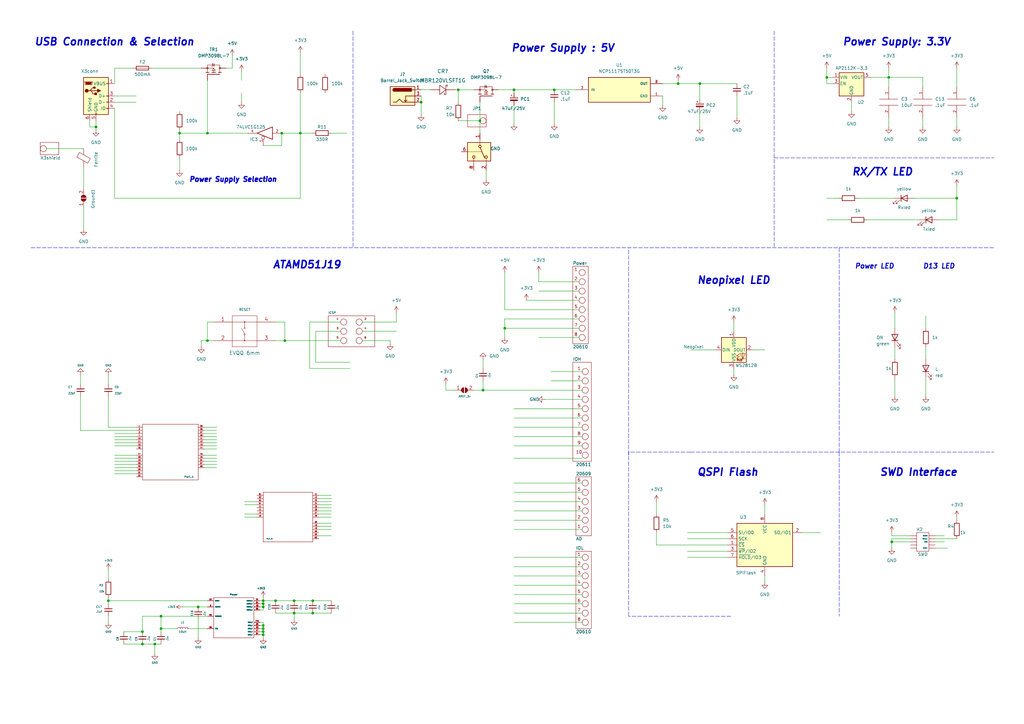
<source format=kicad_sch>
(kicad_sch (version 20211123) (generator eeschema)
  (paper "A3")
  (lib_symbols
    (symbol "2022-04-11_23-15-15:MBR120VLSFT1G" (pin_numbers hide) (pin_names hide)
      (property "Reference" "CR" (at 5.08 4.445 0))
      (property "Value" "MBR120VLSFT1G" (at 5.08 -7.62 0))
      (symbol "MBR120VLSFT1G_1_1"
        (pin unspecified line (at 10.16 0 180) (length 2.54) (name "~") (number "1"))
        (pin unspecified line (at 0 0 0) (length 2.54) (name "~") (number "2"))
      )
    )
    (symbol "2022-04-29_21-42-55:EVQ-Q2503W" (pin_names (offset 0.254) hide)
      (property "Reference" "SW" (at 12.7 7.62 0))
      (property "Value" "EVQ-Q2503W" (at 12.7 5.08 0))
      (symbol "EVQ-Q2503W_1_1"
        (pin unspecified line (at 0 0 0) (length 7.62) (name "1") (number "1"))
        (pin unspecified line (at 0 -7.62 0) (length 7.62) (name "2") (number "2"))
        (pin unspecified line (at 25.4 -7.62 180) (length 7.62) (name "3") (number "3"))
        (pin unspecified line (at 25.4 0 180) (length 7.62) (name "4") (number "4"))
      )
    )
    (symbol "74xGxx:74LVC1G125" (pin_names (offset 1.016))
      (property "Reference" "U" (at -2.54 3.81 0))
      (property "Value" "74LVC1G125" (at 0 -3.81 0))
      (symbol "74LVC1G125_1_1"
        (pin input inverted (at 0 5.08 270) (length 3.81) (name "~") (number "1"))
        (pin input line (at -7.62 0 0) (length 3.81) (name "~") (number "2"))
        (pin power_in line (at 1.27 -1.27 270) (length 0) hide (name "GND") (number "3"))
        (pin tri_state line (at 6.35 0 180) (length 3.81) (name "~") (number "4"))
        (pin power_in line (at 1.27 1.27 90) (length 0) hide (name "VCC") (number "5"))
      )
    )
    (symbol "Analog_Switch:ADG419BN" (pin_names (offset 0.254))
      (property "Reference" "U" (at -3.175 4.699 0))
      (property "Value" "ADG419BN" (at -3.175 2.921 0))
      (symbol "ADG419BN_1_1"
        (pin passive line (at -7.62 -2.54 0) (length 2.54) (name "~") (number "1"))
        (pin passive line (at 7.62 0 180) (length 2.54) (name "~") (number "2"))
        (pin input line (at 0 -10.16 90) (length 2.54) (name "~") (number "6"))
        (pin passive line (at 7.62 -5.08 180) (length 2.54) (name "~") (number "8"))
      )
      (symbol "ADG419BN_2_0"
        (pin power_in line (at 0 -12.7 90) (length 2.54) (name "GND") (number "3"))
        (pin power_in line (at 0 12.7 270) (length 2.54) (name "V+") (number "4"))
        (pin power_in line (at 2.54 12.7 270) (length 2.54) (name "VL") (number "5"))
        (pin power_in line (at 2.54 -12.7 90) (length 2.54) (name "V-") (number "7"))
      )
    )
    (symbol "Connector:Barrel_Jack_Switch" (pin_names hide)
      (property "Reference" "J" (at 0 5.334 0))
      (property "Value" "Barrel_Jack_Switch" (at 0 -5.08 0))
      (symbol "Barrel_Jack_Switch_1_1"
        (pin passive line (at 7.62 2.54 180) (length 2.54) (name "~") (number "1"))
        (pin passive line (at 7.62 -2.54 180) (length 2.54) (name "~") (number "2"))
        (pin passive line (at 7.62 0 180) (length 2.54) (name "~") (number "3"))
      )
    )
    (symbol "Connector:USB_B_Micro" (pin_names (offset 1.016))
      (property "Reference" "J" (at -5.08 11.43 0))
      (property "Value" "USB_B_Micro" (at -5.08 8.89 0))
      (symbol "USB_B_Micro_1_1"
        (pin power_out line (at 7.62 5.08 180) (length 2.54) (name "VBUS") (number "1"))
        (pin bidirectional line (at 7.62 -2.54 180) (length 2.54) (name "D-") (number "2"))
        (pin bidirectional line (at 7.62 0 180) (length 2.54) (name "D+") (number "3"))
        (pin passive line (at 7.62 -5.08 180) (length 2.54) (name "ID") (number "4"))
        (pin power_out line (at 0 -10.16 90) (length 2.54) (name "GND") (number "5"))
        (pin passive line (at -2.54 -10.16 90) (length 2.54) (name "Shield") (number "6"))
      )
    )
    (symbol "DMP3098L-7:DMP3098L-7" (pin_numbers hide) (pin_names (offset 1.016) hide)
      (property "Reference" "Q" (at -8.89 3.81 0))
      (property "Value" "DMP3098L-7" (at -8.89 -6.35 0))
      (symbol "DMP3098L-7_0_0"
        (pin passive line (at -2.54 2.54 0) (length 2.54) (name "~") (number "1"))
        (pin passive line (at 2.54 5.08 270) (length 2.54) (name "~") (number "2"))
        (pin passive line (at 2.54 -5.08 90) (length 2.54) (name "~") (number "3"))
      )
    )
    (symbol "Device:C_Polarized_Small" (pin_numbers hide) (pin_names (offset 0.254) hide)
      (property "Reference" "C" (at 0.254 1.778 0))
      (property "Value" "C_Polarized_Small" (at 0.254 -2.032 0))
      (symbol "C_Polarized_Small_1_1"
        (pin passive line (at 0 2.54 270) (length 1.8542) (name "~") (number "1"))
        (pin passive line (at 0 -2.54 90) (length 1.8542) (name "~") (number "2"))
      )
    )
    (symbol "Device:C_Small" (pin_numbers hide) (pin_names (offset 0.254) hide)
      (property "Reference" "C" (at 0.254 1.778 0))
      (property "Value" "C_Small" (at 0.254 -2.032 0))
      (symbol "C_Small_1_1"
        (pin passive line (at 0 2.54 270) (length 2.032) (name "~") (number "1"))
        (pin passive line (at 0 -2.54 90) (length 2.032) (name "~") (number "2"))
      )
    )
    (symbol "Device:FerriteBead" (pin_numbers hide) (pin_names (offset 0))
      (property "Reference" "FB" (at -3.81 0.635 90))
      (property "Value" "FerriteBead" (at 3.81 0 90))
      (symbol "FerriteBead_1_1"
        (pin passive line (at 0 3.81 270) (length 2.54) (name "~") (number "1"))
        (pin passive line (at 0 -3.81 90) (length 2.54) (name "~") (number "2"))
      )
    )
    (symbol "Device:Fuse" (pin_numbers hide) (pin_names (offset 0))
      (property "Reference" "F" (at 2.032 0 90))
      (property "Value" "Fuse" (at -1.905 0 90))
      (symbol "Fuse_1_1"
        (pin passive line (at 0 3.81 270) (length 1.27) (name "~") (number "1"))
        (pin passive line (at 0 -3.81 90) (length 1.27) (name "~") (number "2"))
      )
    )
    (symbol "Device:LED" (pin_numbers hide) (pin_names (offset 1.016) hide)
      (property "Reference" "D" (at 0 2.54 0))
      (property "Value" "LED" (at 0 -2.54 0))
      (symbol "LED_1_1"
        (pin passive line (at -3.81 0 0) (length 2.54) (name "K") (number "1"))
        (pin passive line (at 3.81 0 180) (length 2.54) (name "A") (number "2"))
      )
    )
    (symbol "Device:L_Small" (pin_numbers hide) (pin_names (offset 0.254) hide)
      (property "Reference" "L" (at 0.762 1.016 0))
      (property "Value" "L_Small" (at 0.762 -1.016 0))
      (symbol "L_Small_1_1"
        (pin passive line (at 0 2.54 270) (length 0.508) (name "~") (number "1"))
        (pin passive line (at 0 -2.54 90) (length 0.508) (name "~") (number "2"))
      )
    )
    (symbol "Device:R" (pin_numbers hide) (pin_names (offset 0))
      (property "Reference" "R" (at 2.032 0 90))
      (property "Value" "R" (at 0 0 90))
      (symbol "R_1_1"
        (pin passive line (at 0 3.81 270) (length 1.27) (name "~") (number "1"))
        (pin passive line (at 0 -3.81 90) (length 1.27) (name "~") (number "2"))
      )
    )
    (symbol "Jumper:SolderJumper_2_Open" (pin_names (offset 0) hide)
      (property "Reference" "JP" (at 0 2.032 0))
      (property "Value" "SolderJumper_2_Open" (at 0 -2.54 0))
      (symbol "SolderJumper_2_Open_1_1"
        (pin passive line (at -3.81 0 0) (length 2.54) (name "A") (number "1"))
        (pin passive line (at 3.81 0 180) (length 2.54) (name "B") (number "2"))
      )
    )
    (symbol "LED:WS2812B" (pin_names (offset 0.254))
      (property "Reference" "D" (at 5.08 5.715 0))
      (property "Value" "WS2812B" (at 1.27 -5.715 0))
      (symbol "WS2812B_0_0"
        (text "RGB" (at 2.286 -4.191 0) (effects (font (size 0.762 0.762))))
      )
      (symbol "WS2812B_1_1"
        (pin power_in line (at 0 7.62 270) (length 2.54) (name "VDD") (number "1"))
        (pin output line (at 7.62 0 180) (length 2.54) (name "DOUT") (number "2"))
        (pin power_in line (at 0 -7.62 90) (length 2.54) (name "VSS") (number "3"))
        (pin input line (at -7.62 0 0) (length 2.54) (name "DIN") (number "4"))
      )
    )
    (symbol "Memory_Flash:AT25SF081-SSHF-X"
      (property "Reference" "U" (at 2.54 12.7 0))
      (property "Value" "AT25SF081-SSHF-X" (at 10.16 10.16 0))
      (symbol "AT25SF081-SSHF-X_1_1"
        (pin input line (at -15.24 0 0) (length 3.81) (name "~{CS}") (number "1"))
        (pin bidirectional line (at 15.24 5.08 180) (length 3.81) (name "SO/IO1") (number "2"))
        (pin bidirectional line (at -15.24 -2.54 0) (length 3.81) (name "~{WP}/IO2") (number "3"))
        (pin power_in line (at 0 -12.7 90) (length 3.81) (name "GND") (number "4"))
        (pin bidirectional line (at -15.24 5.08 0) (length 3.81) (name "SI/IO0") (number "5"))
        (pin input line (at -15.24 2.54 0) (length 3.81) (name "SCK") (number "6"))
        (pin bidirectional line (at -15.24 -5.08 0) (length 3.81) (name "~{HOLD}/IO3") (number "7"))
        (pin power_in line (at 0 12.7 270) (length 3.81) (name "VCC") (number "8"))
      )
    )
    (symbol "NCP1117ST50T3G:NCP1117ST50T3G" (pin_names (offset 1.016))
      (property "Reference" "U" (at -10.1854 7.6454 0))
      (property "Value" "NCP1117ST50T3G" (at -12.7254 -7.6454 0))
      (symbol "NCP1117ST50T3G_0_0"
        (pin power_in line (at 17.78 -2.54 180) (length 5.08) (name "GND") (number "1"))
        (pin output line (at 17.78 2.54 180) (length 5.08) (name "OUT") (number "2"))
        (pin input line (at -17.78 0 0) (length 5.08) (name "IN") (number "3"))
        (pin output line (at 17.78 2.54 180) (length 5.08) (name "OUT") (number "4"))
      )
    )
    (symbol "New_Library_0:20609"
      (property "Reference" "AD" (at 11.43 -29.21 0))
      (property "Value" "20609" (at 11.43 -2.54 0))
      (symbol "20609_0_0"
        (text "1" (at 10.16 -24.13 0) (effects (font (size 1.27 1.27))))
        (text "2" (at 10.16 -20.32 0) (effects (font (size 1.27 1.27))))
        (text "3" (at 10.16 -16.51 0) (effects (font (size 1.27 1.27))))
        (text "4" (at 10.16 -12.7 0) (effects (font (size 1.27 1.27))))
        (text "5" (at 10.16 -8.89 0) (effects (font (size 1.27 1.27))))
        (text "6" (at 10.16 -5.08 0) (effects (font (size 1.27 1.27))))
      )
    )
    (symbol "New_Library_0:20610"
      (property "Reference" "Power" (at 8.89 -2.54 0))
      (property "Value" "20610" (at 8.89 -36.83 0))
      (symbol "20610_0_0"
        (text "1" (at 6.35 -5.08 0) (effects (font (size 1.27 1.27))))
        (text "2" (at 6.35 -8.89 0) (effects (font (size 1.27 1.27))))
        (text "3" (at 6.35 -12.7 0) (effects (font (size 1.27 1.27))))
        (text "4" (at 6.35 -16.51 0) (effects (font (size 1.27 1.27))))
        (text "5" (at 6.35 -20.32 0) (effects (font (size 1.27 1.27))))
        (text "6" (at 6.35 -24.13 0) (effects (font (size 1.27 1.27))))
        (text "7" (at 6.35 -27.94 0) (effects (font (size 1.27 1.27))))
        (text "8" (at 6.35 -31.75 0) (effects (font (size 1.27 1.27))))
      )
    )
    (symbol "New_Library_0:20611"
      (property "Reference" "IOH" (at 21.59 -6.35 0))
      (property "Value" "20611" (at 21.59 -49.53 0))
      (symbol "20611_0_0"
        (text "1" (at 20.32 -10.16 0) (effects (font (size 1.27 1.27))))
        (text "10" (at 20.32 -44.45 0) (effects (font (size 1.27 1.27))))
        (text "2" (at 20.32 -13.97 0) (effects (font (size 1.27 1.27))))
        (text "3" (at 20.32 -17.78 0) (effects (font (size 1.27 1.27))))
        (text "4" (at 20.32 -21.59 0) (effects (font (size 1.27 1.27))))
        (text "5" (at 20.32 -25.4 0) (effects (font (size 1.27 1.27))))
        (text "6" (at 20.32 -29.21 0) (effects (font (size 1.27 1.27))))
        (text "7" (at 20.32 -33.02 0) (effects (font (size 1.27 1.27))))
        (text "8" (at 20.32 -36.83 0) (effects (font (size 1.27 1.27))))
        (text "9" (at 20.32 -40.64 0) (effects (font (size 1.27 1.27))))
      )
    )
    (symbol "New_Library_0:ICSP"
      (property "Value" "ICSP" (at -3.81 15.24 0))
      (symbol "ICSP_0_0"
        (text "1" (at -1.27 12.7 0) (effects (font (size 0.8 0.8))))
        (text "2" (at 10.16 12.7 0) (effects (font (size 0.8 0.8))))
        (text "3" (at -1.27 8.89 0) (effects (font (size 0.8 0.8))))
        (text "4" (at 10.16 8.89 0) (effects (font (size 0.8 0.8))))
        (text "5" (at -1.27 5.08 0) (effects (font (size 0.8 0.8))))
        (text "6" (at 10.16 5.08 0) (effects (font (size 0.8 0.8))))
      )
    )
    (symbol "New_Library_0:Port_A"
      (property "Value" "Port_A" (at 31.75 -26.67 0))
      (symbol "Port_A_1_1"
        (pin input line (at 8.89 -6.35 0) (length 2.5) (name "") (number "1"))
        (pin input line (at 8.89 -11.43 0) (length 2.5) (name "") (number "13"))
        (pin input line (at 8.89 -12.7 0) (length 2.5) (name "") (number "14"))
        (pin input line (at 8.89 -13.97 0) (length 2.5) (name "") (number "15"))
        (pin input line (at 8.89 -15.24 0) (length 2.5) (name "") (number "16"))
        (pin input line (at 8.89 -17.78 0) (length 2.5) (name "") (number "17"))
        (pin input line (at 8.89 -19.05 0) (length 2.5) (name "") (number "18"))
        (pin input line (at 8.89 -20.32 0) (length 2.5) (name "") (number "19"))
        (pin input line (at 8.89 -7.62 0) (length 2.5) (name "") (number "2"))
        (pin input line (at 8.89 -21.59 0) (length 2.5) (name "") (number "20"))
        (pin input line (at 8.89 -22.86 0) (length 2.5) (name "") (number "29"))
        (pin input line (at 8.89 -8.89 0) (length 2.5) (name "") (number "3"))
        (pin input line (at 8.89 -24.13 0) (length 2.5) (name "") (number "30"))
        (pin input line (at 8.89 -25.4 0) (length 2.5) (name "") (number "31"))
        (pin input line (at 8.89 -26.67 0) (length 2.5) (name "") (number "32"))
        (pin input line (at 36.83 -6.35 180) (length 2.5) (name "") (number "35"))
        (pin input line (at 36.83 -7.62 180) (length 2.5) (name "") (number "36"))
        (pin input line (at 36.83 -8.89 180) (length 2.5) (name "") (number "37"))
        (pin input line (at 36.83 -10.16 180) (length 2.5) (name "") (number "38"))
        (pin input line (at 8.89 -10.16 0) (length 2.5) (name "") (number "4"))
        (pin input line (at 36.83 -11.43 180) (length 2.5) (name "") (number "41"))
        (pin input line (at 36.83 -12.7 180) (length 2.5) (name "") (number "42"))
        (pin input line (at 36.83 -13.97 180) (length 2.5) (name "") (number "43"))
        (pin input line (at 36.83 -15.24 180) (length 2.5) (name "") (number "44"))
        (pin input line (at 36.83 -17.78 180) (length 2.5) (name "") (number "45"))
        (pin input line (at 36.83 -19.05 180) (length 2.5) (name "") (number "46"))
        (pin input line (at 36.83 -20.32 180) (length 2.5) (name "") (number "51"))
        (pin input line (at 36.83 -21.59 180) (length 2.5) (name "") (number "57"))
        (pin input line (at 36.83 -22.86 180) (length 2.5) (name "") (number "58"))
      )
    )
    (symbol "New_Library_0:Port_B"
      (property "Value" "Port_B" (at 6.35 -25.4 0))
      (symbol "Port_B_1_1"
        (pin input line (at 1.27 -16.51 0) (length 2.5) (name "") (number "10"))
        (pin input line (at 26.67 -7.62 180) (length 2.5) (name "") (number "11"))
        (pin input line (at 26.67 -8.89 180) (length 2.5) (name "") (number "12"))
        (pin input line (at 26.67 -10.16 180) (length 2.5) (name "") (number "23"))
        (pin input line (at 26.67 -11.43 180) (length 2.5) (name "") (number "24"))
        (pin input line (at 26.67 -12.7 180) (length 2.5) (name "") (number "25"))
        (pin input line (at 26.67 -13.97 180) (length 2.5) (name "") (number "26"))
        (pin input line (at 26.67 -15.24 180) (length 2.5) (name "") (number "27"))
        (pin input line (at 26.67 -16.51 180) (length 2.5) (name "") (number "28"))
        (pin input line (at 26.67 -19.05 180) (length 2.5) (name "") (number "39"))
        (pin input line (at 26.67 -20.32 180) (length 2.5) (name "") (number "40"))
        (pin input line (at 26.67 -21.59 180) (length 2.5) (name "") (number "49"))
        (pin input line (at 1.27 -12.7 0) (length 2.5) (name "") (number "5"))
        (pin input line (at 26.67 -22.86 180) (length 2.5) (name "") (number "50"))
        (pin input line (at 26.67 -24.13 180) (length 2.5) (name "") (number "59"))
        (pin input line (at 1.27 -13.97 0) (length 2.5) (name "") (number "6"))
        (pin input line (at 26.67 -25.4 180) (length 2.5) (name "") (number "60"))
        (pin input line (at 1.27 -7.62 0) (length 2.5) (name "") (number "61"))
        (pin input line (at 1.27 -8.89 0) (length 2.5) (name "") (number "62"))
        (pin input line (at 1.27 -10.16 0) (length 2.5) (name "") (number "63"))
        (pin input line (at 1.27 -11.43 0) (length 2.5) (name "") (number "64"))
        (pin input line (at 1.27 -15.24 0) (length 2.5) (name "") (number "9"))
      )
    )
    (symbol "New_Library_0:Power"
      (property "Value" "Power" (at -8.89 -21.59 0))
      (symbol "Power_1_1"
        (pin input line (at 7.62 -7.62 180) (length 2.5) (name "VDDIO_0") (number "21"))
        (pin input line (at 7.62 -17.78 180) (length 2.5) (name "GND_1") (number "22"))
        (pin input line (at 7.62 -19.05 180) (length 2.5) (name "GND_2") (number "33"))
        (pin input line (at 7.62 -8.89 180) (length 2.5) (name "VDDIO_1") (number "34"))
        (pin input line (at 7.62 -20.32 180) (length 2.5) (name "GND_3") (number "47"))
        (pin input line (at 7.62 -10.16 180) (length 2.5) (name "VDDIO_2") (number "48"))
        (pin input line (at -13.97 -7.62 0) (length 2.5) (name "RESET") (number "52"))
        (pin input line (at -13.97 -13.97 0) (length 2.5) (name "VDDCORE") (number "53"))
        (pin input line (at 7.62 -21.59 180) (length 2.5) (name "GND_4") (number "54"))
        (pin input line (at -13.97 -19.05 0) (length 2.5) (name "VSW") (number "55"))
        (pin input line (at 7.62 -11.43 180) (length 2.5) (name "VDDIO_3") (number "56"))
        (pin input line (at 7.62 -16.51 180) (length 2.5) (name "GND_0") (number "7*2"))
        (pin input line (at -13.97 -10.16 0) (length 2.5) (name "VDDANA") (number "8"))
      )
    )
    (symbol "New_Library_0:X2"
      (property "Reference" "SWD" (at 0 -10.16 0))
      (property "Value" "X2" (at -1.27 0 0))
      (symbol "X2_1_1"
        (pin input line (at -5.08 -7.62 0) (length 2.54) (name "") (number ""))
        (pin input line (at -5.08 -6.35 0) (length 2.54) (name "") (number ""))
        (pin input line (at -5.08 -5.08 0) (length 2.54) (name "") (number ""))
        (pin input line (at -5.08 -3.81 0) (length 2.54) (name "") (number ""))
        (pin input line (at -5.08 -2.54 0) (length 2.54) (name "") (number ""))
        (pin input line (at 5.08 -6.35 180) (length 2.54) (name "") (number ""))
        (pin input line (at 5.08 -7.62 180) (length 2.54) (name "RESET") (number ""))
        (pin input line (at 5.08 -3.81 180) (length 2.54) (name "SWCLK") (number ""))
        (pin input line (at 5.08 -2.54 180) (length 2.54) (name "SWDIO") (number ""))
        (pin input line (at 5.08 -5.08 180) (length 2.54) (name "SWO") (number ""))
      )
    )
    (symbol "New_Library_0:X3shield"
      (property "Value" "X3shield" (at -6.35 7.62 0))
      (symbol "X3shield_1_1"
        (pin input line (at -5.08 11.43 180) (length 0) (name "") (number ""))
        (pin input line (at -3.81 11.43 180) (length 0) (name "") (number ""))
      )
    )
    (symbol "Regulator_Linear:AP2112K-3.3" (pin_names (offset 0.254))
      (property "Reference" "U" (at -5.08 5.715 0))
      (property "Value" "AP2112K-3.3" (at 0 5.715 0))
      (symbol "AP2112K-3.3_1_1"
        (pin power_in line (at -7.62 2.54 0) (length 2.54) (name "VIN") (number "1"))
        (pin power_in line (at 0 -7.62 90) (length 2.54) (name "GND") (number "2"))
        (pin input line (at -7.62 0 0) (length 2.54) (name "EN") (number "3"))
        (pin no_connect line (at 5.08 0 180) (length 2.54) hide (name "NC") (number "4"))
        (pin power_out line (at 7.62 2.54 180) (length 2.54) (name "VOUT") (number "5"))
      )
    )
    (symbol "power:+3.3V" (power) (pin_names (offset 0))
      (property "Value" "+3.3V" (at 0 3.556 0))
      (symbol "+3.3V_1_1"
        (pin power_in line (at 0 0 90) (length 0) hide (name "+3V3") (number "1"))
      )
    )
    (symbol "power:+5V" (power) (pin_names (offset 0))
      (property "Value" "+5V" (at 0 3.556 0))
      (symbol "+5V_1_1"
        (pin power_in line (at 0 0 90) (length 0) hide (name "+5V") (number "1"))
      )
    )
    (symbol "power:GND" (power) (pin_names (offset 0))
      (property "Value" "GND" (at 0 -3.81 0))
      (symbol "GND_1_1"
        (pin power_in line (at 0 0 270) (length 0) hide (name "GND") (number "1"))
      )
    )
    (symbol "pspice:C" (pin_names (offset 0.254))
      (property "Reference" "C" (at 2.54 3.81 90))
      (property "Value" "C" (at 2.54 -3.81 90))
      (symbol "C_1_1"
        (pin passive line (at 0 6.35 270) (length 5.08) (name "~") (number "1"))
        (pin passive line (at 0 -6.35 90) (length 5.08) (name "~") (number "2"))
      )
    )
  )
  (junction (at 392.43 81.28))
  (junction (at 210.82 36.83))
  (junction (at 128.27 251.46))
  (junction (at 287.02 34.29))
  (junction (at 107.95 246.38))
  (junction (at 278.13 34.29))
  (junction (at 107.95 248.92))
  (junction (at 107.95 259.08))
  (junction (at 73.66 54.61))
  (junction (at 128.27 246.38))
  (junction (at 120.65 251.46))
  (junction (at 39.37 52.07))
  (junction (at 44.45 246.38))
  (junction (at 172.72 41.91))
  (junction (at 364.49 31.75))
  (junction (at 365.76 222.25))
  (junction (at 227.33 36.83))
  (junction (at 339.09 31.75))
  (junction (at 115.57 54.61))
  (junction (at 187.96 36.83))
  (junction (at 85.09 54.61))
  (junction (at 85.09 139.7))
  (junction (at 58.42 264.16))
  (junction (at 120.65 246.38))
  (junction (at 113.03 246.38))
  (junction (at 207.01 134.62))
  (junction (at 116.84 139.7))
  (junction (at 198.12 160.02))
  (junction (at 107.95 260.35))
  (junction (at 58.42 259.08))
  (junction (at 196.85 49.53))
  (junction (at 66.04 257.81))
  (junction (at 63.5 264.16))
  (junction (at 107.95 256.54))
  (junction (at 81.28 248.92))
  (junction (at 107.95 247.65))
  (junction (at 66.04 252.73))
  (junction (at 123.19 54.61))
  (junction (at 107.95 257.81))
  (wire (pts (xy 220.98 111.76) (xy 220.98 115.57)))
  (wire (pts (xy 162.56 128.27) (xy 162.56 132.08)))
  (wire (pts (xy 223.52 163.83) (xy 238.76 163.83)))
  (wire (pts (xy 46.99 179.07) (xy 55.88 179.07)))
  (wire (pts (xy 107.95 246.38) (xy 107.95 245.11)))
  (wire (pts (xy 383.54 222.25) (xy 387.35 222.25)))
  (wire (pts (xy 50.8 264.16) (xy 58.42 264.16)))
  (wire (pts (xy 44.45 252.73) (xy 44.45 255.27)))
  (wire (pts (xy 123.19 54.61) (xy 128.27 54.61)))
  (wire (pts (xy 100.33 207.01) (xy 105.41 207.01)))
  (wire (pts (xy 210.82 182.88) (xy 238.76 182.88)))
  (wire (pts (xy 130.81 217.17) (xy 135.89 217.17)))
  (wire (pts (xy 83.82 176.53) (xy 88.9 176.53)))
  (wire (pts (xy 383.54 224.79) (xy 388.62 224.79)))
  (wire (pts (xy 85.09 54.61) (xy 73.66 54.61)))
  (wire (pts (xy 271.78 39.37) (xy 271.78 43.18)))
  (wire (pts (xy 83.82 181.61) (xy 88.9 181.61)))
  (wire (pts (xy 66.04 257.81) (xy 72.39 257.81)))
  (wire (pts (xy 210.82 205.74) (xy 238.76 205.74)))
  (wire (pts (xy 135.89 54.61) (xy 142.24 54.61)))
  (wire (pts (xy 106.68 257.81) (xy 107.95 257.81)))
  (wire (pts (xy 215.9 123.19) (xy 237.49 123.19)))
  (wire (pts (xy 226.06 152.4) (xy 238.76 152.4)))
  (wire (pts (xy 278.13 34.29) (xy 287.02 34.29)))
  (wire (pts (xy 383.54 219.71) (xy 387.35 219.71)))
  (wire (pts (xy 81.28 254) (xy 81.28 261.62)))
  (wire (pts (xy 210.82 255.27) (xy 238.76 255.27)))
  (wire (pts (xy 63.5 264.16) (xy 63.5 267.97)))
  (wire (pts (xy 364.49 31.75) (xy 364.49 35.56)))
  (wire (pts (xy 85.09 132.08) (xy 85.09 139.7)))
  (wire (pts (xy 339.09 27.94) (xy 339.09 31.75)))
  (wire (pts (xy 365.76 220.98) (xy 365.76 222.25)))
  (wire (pts (xy 130.81 204.47) (xy 135.89 204.47)))
  (wire (pts (xy 187.96 36.83) (xy 187.96 41.91)))
  (wire (pts (xy 182.88 157.48) (xy 182.88 160.02)))
  (wire (pts (xy 44.45 246.38) (xy 44.45 247.65)))
  (wire (pts (xy 82.55 139.7) (xy 82.55 142.24)))
  (wire (pts (xy 107.95 247.65) (xy 107.95 246.38)))
  (wire (pts (xy 130.81 203.2) (xy 135.89 203.2)))
  (wire (pts (xy 210.82 236.22) (xy 238.76 236.22)))
  (polyline (pts (xy 257.81 252.73) (xy 257.81 101.6)))
  (wire (pts (xy 227.33 36.83) (xy 236.22 36.83)))
  (wire (pts (xy 46.99 180.34) (xy 55.88 180.34)))
  (wire (pts (xy 106.68 259.08) (xy 107.95 259.08)))
  (wire (pts (xy 269.24 223.52) (xy 269.24 218.44)))
  (wire (pts (xy 365.76 222.25) (xy 365.76 224.79)))
  (wire (pts (xy 182.88 160.02) (xy 186.69 160.02)))
  (wire (pts (xy 130.81 210.82) (xy 135.89 210.82)))
  (wire (pts (xy 116.84 132.08) (xy 116.84 139.7)))
  (wire (pts (xy 210.82 198.12) (xy 238.76 198.12)))
  (wire (pts (xy 210.82 179.07) (xy 238.76 179.07)))
  (wire (pts (xy 210.82 240.03) (xy 238.76 240.03)))
  (wire (pts (xy 107.95 256.54) (xy 107.95 257.81)))
  (wire (pts (xy 46.99 186.69) (xy 55.88 186.69)))
  (wire (pts (xy 210.82 38.1) (xy 210.82 36.83)))
  (wire (pts (xy 207.01 134.62) (xy 237.49 134.62)))
  (wire (pts (xy 204.47 36.83) (xy 210.82 36.83)))
  (wire (pts (xy 356.87 31.75) (xy 364.49 31.75)))
  (wire (pts (xy 107.95 257.81) (xy 107.95 259.08)))
  (wire (pts (xy 220.98 138.43) (xy 237.49 138.43)))
  (wire (pts (xy 210.82 167.64) (xy 238.76 167.64)))
  (wire (pts (xy 373.38 220.98) (xy 365.76 220.98)))
  (wire (pts (xy 85.09 139.7) (xy 82.55 139.7)))
  (wire (pts (xy 46.99 41.91) (xy 55.88 41.91)))
  (wire (pts (xy 210.82 209.55) (xy 238.76 209.55)))
  (wire (pts (xy 34.29 85.09) (xy 34.29 93.98)))
  (wire (pts (xy 50.8 259.08) (xy 58.42 259.08)))
  (wire (pts (xy 83.82 179.07) (xy 88.9 179.07)))
  (wire (pts (xy 378.46 48.26) (xy 378.46 52.07)))
  (wire (pts (xy 128.27 246.38) (xy 135.89 246.38)))
  (wire (pts (xy 74.93 248.92) (xy 81.28 248.92)))
  (wire (pts (xy 120.65 246.38) (xy 128.27 246.38)))
  (wire (pts (xy 210.82 228.6) (xy 238.76 228.6)))
  (wire (pts (xy 66.04 252.73) (xy 66.04 257.81)))
  (wire (pts (xy 77.47 257.81) (xy 85.09 257.81)))
  (wire (pts (xy 95.25 27.94) (xy 95.25 22.86)))
  (wire (pts (xy 83.82 177.8) (xy 88.9 177.8)))
  (wire (pts (xy 139.7 135.89) (xy 129.54 135.89)))
  (wire (pts (xy 313.69 207.01) (xy 313.69 210.82)))
  (wire (pts (xy 130.81 205.74) (xy 135.89 205.74)))
  (wire (pts (xy 107.95 248.92) (xy 107.95 247.65)))
  (wire (pts (xy 196.85 49.53) (xy 196.85 54.61)))
  (wire (pts (xy 46.99 44.45) (xy 46.99 81.28)))
  (wire (pts (xy 83.82 187.96) (xy 88.9 187.96)))
  (wire (pts (xy 367.03 154.94) (xy 367.03 162.56)))
  (wire (pts (xy 128.27 251.46) (xy 135.89 251.46)))
  (wire (pts (xy 83.82 182.88) (xy 88.9 182.88)))
  (wire (pts (xy 46.99 191.77) (xy 55.88 191.77)))
  (wire (pts (xy 106.68 250.19) (xy 107.95 250.19)))
  (wire (pts (xy 113.03 132.08) (xy 116.84 132.08)))
  (wire (pts (xy 339.09 34.29) (xy 341.63 34.29)))
  (wire (pts (xy 351.79 81.28) (xy 367.03 81.28)))
  (wire (pts (xy 339.09 31.75) (xy 341.63 31.75)))
  (wire (pts (xy 373.38 219.71) (xy 365.76 219.71)))
  (wire (pts (xy 123.19 21.59) (xy 123.19 30.48)))
  (wire (pts (xy 123.19 81.28) (xy 123.19 54.61)))
  (wire (pts (xy 139.7 132.08) (xy 127 132.08)))
  (wire (pts (xy 364.49 27.94) (xy 364.49 31.75)))
  (wire (pts (xy 298.45 223.52) (xy 269.24 223.52)))
  (wire (pts (xy 130.81 209.55) (xy 135.89 209.55)))
  (wire (pts (xy 308.61 143.51) (xy 313.69 143.51)))
  (wire (pts (xy 130.81 219.71) (xy 135.89 219.71)))
  (wire (pts (xy 367.03 128.27) (xy 367.03 134.62)))
  (wire (pts (xy 287.02 45.72) (xy 287.02 52.07)))
  (wire (pts (xy 107.95 259.08) (xy 107.95 260.35)))
  (wire (pts (xy 123.19 38.1) (xy 123.19 54.61)))
  (wire (pts (xy 227.33 41.91) (xy 227.33 50.8)))
  (polyline (pts (xy 344.17 185.42) (xy 344.17 252.73)))
  (polyline (pts (xy 299.72 252.73) (xy 257.81 252.73)))
  (wire (pts (xy 113.03 251.46) (xy 120.65 251.46)))
  (wire (pts (xy 269.24 205.74) (xy 269.24 210.82)))
  (wire (pts (xy 392.43 81.28) (xy 392.43 76.2)))
  (wire (pts (xy 198.12 156.21) (xy 198.12 160.02)))
  (wire (pts (xy 210.82 251.46) (xy 238.76 251.46)))
  (wire (pts (xy 207.01 134.62) (xy 207.01 130.81)))
  (wire (pts (xy 339.09 31.75) (xy 339.09 34.29)))
  (wire (pts (xy 120.65 251.46) (xy 128.27 251.46)))
  (wire (pts (xy 210.82 201.93) (xy 238.76 201.93)))
  (wire (pts (xy 33.02 176.53) (xy 33.02 162.56)))
  (wire (pts (xy 287.02 34.29) (xy 302.26 34.29)))
  (wire (pts (xy 106.68 248.92) (xy 107.95 248.92)))
  (wire (pts (xy 281.94 220.98) (xy 298.45 220.98)))
  (wire (pts (xy 44.45 153.67) (xy 44.45 157.48)))
  (wire (pts (xy 355.6 90.17) (xy 377.19 90.17)))
  (wire (pts (xy 281.94 218.44) (xy 298.45 218.44)))
  (wire (pts (xy 187.96 49.53) (xy 196.85 49.53)))
  (wire (pts (xy 107.95 255.27) (xy 107.95 256.54)))
  (wire (pts (xy 172.72 36.83) (xy 176.53 36.83)))
  (wire (pts (xy 384.81 90.17) (xy 392.43 90.17)))
  (wire (pts (xy 46.99 182.88) (xy 55.88 182.88)))
  (polyline (pts (xy 283.21 185.42) (xy 257.81 185.42)))
  (wire (pts (xy 210.82 232.41) (xy 238.76 232.41)))
  (polyline (pts (xy 344.17 101.6) (xy 344.17 185.42)))
  (wire (pts (xy 365.76 222.25) (xy 373.38 222.25)))
  (wire (pts (xy 85.09 54.61) (xy 101.6 54.61)))
  (wire (pts (xy 39.37 52.07) (xy 39.37 53.34)))
  (wire (pts (xy 36.83 52.07) (xy 39.37 52.07)))
  (wire (pts (xy 392.43 27.94) (xy 392.43 35.56)))
  (wire (pts (xy 46.99 177.8) (xy 55.88 177.8)))
  (wire (pts (xy 44.45 175.26) (xy 44.45 162.56)))
  (wire (pts (xy 46.99 27.94) (xy 54.61 27.94)))
  (wire (pts (xy 130.81 215.9) (xy 135.89 215.9)))
  (wire (pts (xy 107.95 59.69) (xy 115.57 59.69)))
  (wire (pts (xy 73.66 64.77) (xy 73.66 69.85)))
  (wire (pts (xy 196.85 41.91) (xy 196.85 49.53)))
  (wire (pts (xy 210.82 43.18) (xy 210.82 50.8)))
  (wire (pts (xy 367.03 142.24) (xy 367.03 147.32)))
  (wire (pts (xy 210.82 187.96) (xy 238.76 187.96)))
  (wire (pts (xy 210.82 36.83) (xy 227.33 36.83)))
  (wire (pts (xy 281.94 228.6) (xy 298.45 228.6)))
  (wire (pts (xy 148.59 132.08) (xy 162.56 132.08)))
  (wire (pts (xy 210.82 213.36) (xy 238.76 213.36)))
  (wire (pts (xy 300.99 151.13) (xy 300.99 153.67)))
  (wire (pts (xy 349.25 41.91) (xy 349.25 45.72)))
  (wire (pts (xy 172.72 41.91) (xy 172.72 46.99)))
  (wire (pts (xy 313.69 236.22) (xy 313.69 238.76)))
  (wire (pts (xy 116.84 139.7) (xy 139.7 139.7)))
  (wire (pts (xy 302.26 39.37) (xy 302.26 48.26)))
  (polyline (pts (xy 12.7 101.6) (xy 407.67 101.6)))
  (polyline (pts (xy 283.21 185.42) (xy 407.67 185.42)))
  (wire (pts (xy 130.81 208.28) (xy 135.89 208.28)))
  (wire (pts (xy 83.82 190.5) (xy 88.9 190.5)))
  (wire (pts (xy 46.99 34.29) (xy 46.99 27.94)))
  (wire (pts (xy 46.99 181.61) (xy 55.88 181.61)))
  (wire (pts (xy 339.09 90.17) (xy 347.98 90.17)))
  (wire (pts (xy 85.09 252.73) (xy 66.04 252.73)))
  (wire (pts (xy 130.81 207.01) (xy 135.89 207.01)))
  (wire (pts (xy 207.01 138.43) (xy 207.01 134.62)))
  (wire (pts (xy 58.42 264.16) (xy 63.5 264.16)))
  (wire (pts (xy 392.43 212.09) (xy 392.43 213.36)))
  (wire (pts (xy 92.71 27.94) (xy 95.25 27.94)))
  (wire (pts (xy 392.43 48.26) (xy 392.43 52.07)))
  (wire (pts (xy 107.95 246.38) (xy 113.03 246.38)))
  (wire (pts (xy 328.93 218.44) (xy 336.55 218.44)))
  (wire (pts (xy 199.39 69.85) (xy 199.39 73.66)))
  (wire (pts (xy 129.54 148.59) (xy 143.51 148.59)))
  (wire (pts (xy 210.82 243.84) (xy 238.76 243.84)))
  (wire (pts (xy 46.99 193.04) (xy 55.88 193.04)))
  (wire (pts (xy 220.98 119.38) (xy 237.49 119.38)))
  (wire (pts (xy 378.46 31.75) (xy 364.49 31.75)))
  (wire (pts (xy 374.65 81.28) (xy 392.43 81.28)))
  (wire (pts (xy 210.82 171.45) (xy 238.76 171.45)))
  (wire (pts (xy 36.83 49.53) (xy 36.83 52.07)))
  (wire (pts (xy 130.81 214.63) (xy 135.89 214.63)))
  (wire (pts (xy 281.94 226.06) (xy 298.45 226.06)))
  (wire (pts (xy 58.42 252.73) (xy 58.42 259.08)))
  (wire (pts (xy 113.03 246.38) (xy 120.65 246.38)))
  (wire (pts (xy 100.33 212.09) (xy 105.41 212.09)))
  (wire (pts (xy 66.04 252.73) (xy 58.42 252.73)))
  (wire (pts (xy 210.82 217.17) (xy 238.76 217.17)))
  (wire (pts (xy 148.59 139.7) (xy 160.02 139.7)))
  (wire (pts (xy 130.81 212.09) (xy 135.89 212.09)))
  (wire (pts (xy 46.99 81.28) (xy 123.19 81.28)))
  (wire (pts (xy 85.09 33.02) (xy 85.09 54.61)))
  (wire (pts (xy 107.95 250.19) (xy 107.95 248.92)))
  (wire (pts (xy 378.46 35.56) (xy 378.46 31.75)))
  (wire (pts (xy 392.43 90.17) (xy 392.43 81.28)))
  (wire (pts (xy 55.88 176.53) (xy 33.02 176.53)))
  (wire (pts (xy 278.13 34.29) (xy 278.13 33.02)))
  (wire (pts (xy 100.33 210.82) (xy 105.41 210.82)))
  (wire (pts (xy 87.63 139.7) (xy 85.09 139.7)))
  (wire (pts (xy 379.73 142.24) (xy 379.73 147.32)))
  (wire (pts (xy 81.28 248.92) (xy 85.09 248.92)))
  (wire (pts (xy 106.68 255.27) (xy 107.95 255.27)))
  (wire (pts (xy 172.72 39.37) (xy 172.72 41.91)))
  (polyline (pts (xy 144.78 12.7) (xy 144.78 101.6)))
  (wire (pts (xy 83.82 191.77) (xy 88.9 191.77)))
  (wire (pts (xy 83.82 186.69) (xy 88.9 186.69)))
  (polyline (pts (xy 317.5 12.7) (xy 317.5 101.6)))
  (wire (pts (xy 207.01 127) (xy 237.49 127)))
  (wire (pts (xy 365.76 219.71) (xy 365.76 218.44)))
  (wire (pts (xy 46.99 190.5) (xy 55.88 190.5)))
  (wire (pts (xy 187.96 36.83) (xy 194.31 36.83)))
  (wire (pts (xy 207.01 111.76) (xy 207.01 127)))
  (wire (pts (xy 33.02 153.67) (xy 33.02 157.48)))
  (wire (pts (xy 120.65 251.46) (xy 120.65 254)))
  (wire (pts (xy 287.02 34.29) (xy 287.02 40.64)))
  (wire (pts (xy 160.02 140.97) (xy 160.02 139.7)))
  (polyline (pts (xy 257.81 185.42) (xy 257.81 186.69)))
  (wire (pts (xy 210.82 247.65) (xy 238.76 247.65)))
  (wire (pts (xy 46.99 189.23) (xy 55.88 189.23)))
  (wire (pts (xy 115.57 59.69) (xy 115.57 54.61)))
  (wire (pts (xy 19.05 60.96) (xy 34.29 60.96)))
  (polyline (pts (xy 317.5 64.77) (xy 407.67 64.77)))
  (wire (pts (xy 66.04 257.81) (xy 66.04 259.08)))
  (wire (pts (xy 106.68 256.54) (xy 107.95 256.54)))
  (wire (pts (xy 115.57 54.61) (xy 123.19 54.61)))
  (wire (pts (xy 127 151.13) (xy 143.51 151.13)))
  (wire (pts (xy 83.82 189.23) (xy 88.9 189.23)))
  (wire (pts (xy 107.95 260.35) (xy 107.95 261.62)))
  (wire (pts (xy 127 132.08) (xy 127 151.13)))
  (wire (pts (xy 339.09 81.28) (xy 344.17 81.28)))
  (wire (pts (xy 44.45 246.38) (xy 85.09 246.38)))
  (wire (pts (xy 207.01 130.81) (xy 237.49 130.81)))
  (wire (pts (xy 73.66 53.34) (xy 73.66 54.61)))
  (wire (pts (xy 106.68 260.35) (xy 107.95 260.35)))
  (wire (pts (xy 62.23 27.94) (xy 82.55 27.94)))
  (wire (pts (xy 34.29 68.58) (xy 34.29 77.47)))
  (wire (pts (xy 46.99 39.37) (xy 55.88 39.37)))
  (wire (pts (xy 73.66 54.61) (xy 73.66 57.15)))
  (wire (pts (xy 364.49 48.26) (xy 364.49 52.07)))
  (wire (pts (xy 210.82 175.26) (xy 238.76 175.26)))
  (wire (pts (xy 194.31 160.02) (xy 198.12 160.02)))
  (wire (pts (xy 55.88 175.26) (xy 44.45 175.26)))
  (wire (pts (xy 220.98 115.57) (xy 237.49 115.57)))
  (wire (pts (xy 283.21 143.51) (xy 293.37 143.51)))
  (wire (pts (xy 198.12 160.02) (xy 238.76 160.02)))
  (wire (pts (xy 83.82 175.26) (xy 88.9 175.26)))
  (wire (pts (xy 99.06 38.1) (xy 99.06 41.91)))
  (wire (pts (xy 379.73 129.54) (xy 379.73 134.62)))
  (wire (pts (xy 383.54 220.98) (xy 392.43 220.98)))
  (wire (pts (xy 83.82 180.34) (xy 88.9 180.34)))
  (wire (pts (xy 83.82 184.15) (xy 88.9 184.15)))
  (wire (pts (xy 129.54 135.89) (xy 129.54 148.59)))
  (wire (pts (xy 46.99 187.96) (xy 55.88 187.96)))
  (wire (pts (xy 39.37 49.53) (xy 39.37 52.07)))
  (wire (pts (xy 300.99 132.08) (xy 300.99 135.89)))
  (wire (pts (xy 87.63 132.08) (xy 85.09 132.08)))
  (wire (pts (xy 100.33 205.74) (xy 105.41 205.74)))
  (wire (pts (xy 271.78 34.29) (xy 278.13 34.29)))
  (wire (pts (xy 44.45 233.68) (xy 44.45 237.49)))
  (wire (pts (xy 198.12 147.32) (xy 198.12 151.13)))
  (wire (pts (xy 106.68 246.38) (xy 107.95 246.38)))
  (wire (pts (xy 106.68 247.65) (xy 107.95 247.65)))
  (wire (pts (xy 379.73 154.94) (xy 379.73 162.56)))
  (wire (pts (xy 148.59 135.89) (xy 162.56 135.89)))
  (wire (pts (xy 186.69 36.83) (xy 187.96 36.83)))
  (wire (pts (xy 44.45 245.11) (xy 44.45 246.38)))
  (wire (pts (xy 46.99 194.31) (xy 55.88 194.31)))
  (wire (pts (xy 113.03 139.7) (xy 116.84 139.7)))
  (wire (pts (xy 226.06 156.21) (xy 238.76 156.21)))
  (wire (pts (xy 99.06 29.21) (xy 99.06 33.02)))
  (wire (pts (xy 63.5 264.16) (xy 66.04 264.16)))
  (text "RX/TX LED" (at 349.25 72.39 0) (effects (font (size 3 3) bold italic) (justify left bottom)))
  (text "Power Supply Selection\n" (at 77.47 74.93 0) (effects (font (size 2 2) (thickness 0.6) bold italic) (justify left bottom)))
  (text "Power Supply: 3.3V" (at 345.44 19.05 0) (effects (font (size 3 3) bold italic) (justify left bottom)))
  (text "Power LED" (at 350.52 110.49 0) (effects (font (size 2 2) bold italic) (justify left bottom)))
  (text "QSPI Flash" (at 285.75 195.58 0) (effects (font (size 3 3) bold italic) (justify left bottom)))
  (text "USB Connection & Selection" (at 13.97 19.05 0) (effects (font (size 3 3) (thickness 0.6) bold italic) (justify left bottom)))
  (text "D13 LED" (at 378.46 110.49 0) (effects (font (size 2 2) bold italic) (justify left bottom)))
  (text "Power Supply : 5V" (at 209.55 21.59 0) (effects (font (size 3 3) bold italic) (justify left bottom)))
  (text "Neopixel LED" (at 285.75 116.84 0) (effects (font (size 3 3) bold italic) (justify left bottom)))
  (text "ATAMD51J19" (at 111.76 110.49 0) (effects (font (size 3 3) bold italic) (justify left bottom)))
  (text "SWD Interface" (at 360.68 195.58 0) (effects (font (size 3 3) bold italic) (justify left bottom)))
  (symbol (lib_id "Memory_Flash:AT25SF081-SSHF-X") (at 313.69 223.52 0) (unit 1)
    (property "Reference" "U3" (at 304.8 212.09 0))
    (property "Value" "SPIFlash" (at 306.07 234.95 0))
    (property "Footprint" "Package_SO:SOIC-8_3.9x4.9mm_P1.27mm" (effects hide))
    (property "Datasheet" "https://www.adestotech.com/wp-content/uploads/DS-AT25SF081_045.pdf" (effects hide))
  )
  (symbol (lib_id "power:+3.3V") (at 367.03 128.27 0) (unit 1)
    (property "Reference" "#PWR?" (effects hide))
    (property "Value" "+3.3V" (at 367.03 123.19 0))
  )
  (symbol (lib_id "Device:R") (at 187.96 45.72 0) (unit 1)
    (property "Reference" "R7" (at 182.88 44.45 0) (effects (justify left)))
    (property "Value" "10k" (at 182.88 46.99 0) (effects (justify left)))
  )
  (symbol (lib_id "power:GND") (at 44.45 255.27 0) (unit 1)
    (property "Reference" "#PWR?" (effects hide))
    (property "Value" "GND" (at 43.18 259.08 0) (effects (font (size 0.8 0.8)) (justify left)))
  )
  (symbol (lib_id "NCP1117ST50T3G:NCP1117ST50T3G") (at 254 36.83 0) (unit 1)
    (property "Reference" "U1" (at 254 26.67 0))
    (property "Value" "NCP1117ST50T3G" (at 254 29.21 0))
    (property "Footprint" "SOT230P700X180-4N" (effects hide))
    (property "MANUFACTURER" "ON Semiconductor" (effects hide))
  )
  (symbol (lib_id "power:+3.3V") (at 44.45 233.68 0) (unit 1)
    (property "Reference" "#PWR?" (effects hide))
    (property "Value" "+3.3V" (at 44.45 229.87 0) (effects (font (size 0.8 0.8))))
  )
  (symbol (lib_id "Device:R") (at 269.24 214.63 0) (unit 1)
    (property "Reference" "R5" (at 271.78 213.3599 0) (effects (justify left)))
    (property "Value" "10k" (at 271.78 215.8999 0) (effects (justify left)))
  )
  (symbol (lib_id "Device:R") (at 347.98 81.28 270) (unit 1)
    (property "Reference" "R?" (effects hide))
    (property "Value" "1k" (at 347.98 77.47 90))
  )
  (symbol (lib_id "power:GND") (at 44.45 153.67 180) (unit 1)
    (property "Reference" "#PWR?" (effects hide))
    (property "Value" "GND" (at 44.45 149.86 0) (effects (font (size 0.8 0.8))))
  )
  (symbol (lib_id "Connector:Barrel_Jack_Switch") (at 165.1 39.37 0) (unit 1)
    (property "Reference" "J?" (at 165.1 30.48 0))
    (property "Value" "Barrel_Jack_Switch" (at 165.1 33.02 0))
  )
  (symbol (lib_id "Device:R") (at 44.45 241.3 0) (unit 1)
    (property "Reference" "R3" (at 40.64 240.03 0) (effects (font (size 0.8 0.8)) (justify left)))
    (property "Value" "10k" (at 40.64 242.57 0) (effects (font (size 0.8 0.8)) (justify left)))
  )
  (symbol (lib_id "power:GND") (at 73.66 69.85 0) (unit 1)
    (property "Reference" "#PWR?" (effects hide))
    (property "Value" "GND" (at 73.66 74.93 0))
  )
  (symbol (lib_id "power:GND") (at 81.28 261.62 0) (unit 1)
    (property "Reference" "#PWR?" (effects hide))
    (property "Value" "GND" (at 80.01 265.43 0) (effects (font (size 0.8 0.8)) (justify left)))
  )
  (symbol (lib_id "power:+3.3V") (at 365.76 218.44 0) (unit 1)
    (property "Reference" "#PWR?" (effects hide))
    (property "Value" "+3.3V" (at 365.76 213.36 0))
  )
  (symbol (lib_id "New_Library_0:X3shield") (at 13.97 49.53 180) (unit 1)
    (property "Reference" "U?" (effects hide))
    (property "Value" "X3shield" (at 16.51 64.77 0) (effects (justify right)))
  )
  (symbol (lib_id "power:+5V") (at 162.56 128.27 0) (unit 1)
    (property "Reference" "#PWR?" (effects hide))
    (property "Value" "+5V" (at 162.56 123.19 0))
  )
  (symbol (lib_id "New_Library_0:ICSP") (at 139.7 143.51 0) (unit 1)
    (property "Reference" "U?" (effects hide))
    (property "Value" "ICSP" (at 134.62 128.27 0) (effects (font (size 0.9 0.9)) (justify left)))
  )
  (symbol (lib_id "power:GND") (at 207.01 138.43 0) (unit 1)
    (property "Reference" "#PWR?" (effects hide))
    (property "Value" "GND" (at 207.01 143.51 0))
  )
  (symbol (lib_id "DMP3098L-7:DMP3098L-7") (at 87.63 30.48 90) (unit 1)
    (property "Reference" "TR1" (at 87.63 20.32 90))
    (property "Value" "DMP3098L-7" (at 87.63 22.86 90))
    (property "Footprint" "SOT91P240X110-3N" (effects hide))
    (property "MANUFACTURER" "Diodes Inc." (effects hide))
    (property "MAXIMUM_PACKAGE_HEIGHT" "1.1 mm" (effects hide))
    (property "STANDARD" "IPC 7351B" (effects hide))
    (property "PARTREV" "8 - 2" (effects hide))
  )
  (symbol (lib_id "Device:C_Small") (at 135.89 248.92 0) (unit 1)
    (property "Reference" "C15" (at 133.35 250.19 90) (effects (font (size 0.8 0.8)) (justify left)))
    (property "Value" ".1u" (at 138.43 250.1962 90) (effects (font (size 0.8 0.8)) (justify left)))
  )
  (symbol (lib_id "pspice:C") (at 364.49 41.91 0) (unit 1)
    (property "Reference" "C3" (at 369.57 40.6399 0) (effects (justify left)))
    (property "Value" "10uF" (at 369.57 43.1799 0) (effects (justify left)))
  )
  (symbol (lib_id "Device:Fuse") (at 58.42 27.94 270) (unit 1)
    (property "Reference" "F2" (at 58.42 25.4 90))
    (property "Value" "500mA" (at 58.42 30.48 90))
  )
  (symbol (lib_id "New_Library_0:X2") (at 378.46 217.17 0) (unit 1)
    (property "Reference" "SWD" (at 378.46 227.33 0))
    (property "Value" "X2" (at 377.19 217.17 0))
  )
  (symbol (lib_id "Device:C_Small") (at 120.65 248.92 0) (unit 1)
    (property "Reference" "C11" (at 118.11 250.19 90) (effects (font (size 0.8 0.8)) (justify left)))
    (property "Value" ".1u" (at 123.19 250.1962 90) (effects (font (size 0.8 0.8)) (justify left)))
  )
  (symbol (lib_id "Device:C_Small") (at 227.33 39.37 0) (unit 1)
    (property "Reference" "C12" (at 229.87 38.1062 0) (effects (justify left)))
    (property "Value" ".1uF" (at 229.87 40.6462 0) (effects (justify left)))
  )
  (symbol (lib_id "Jumper:SolderJumper_2_Open") (at 190.5 160.02 0) (unit 1)
    (property "Reference" "AREF_3v" (at 193.04 162.56 0) (effects (font (size 0.8 0.8)) (justify right)))
    (property "Value" "SolderJumper_2_Open" (effects hide))
  )
  (symbol (lib_id "power:GND") (at 287.02 52.07 0) (unit 1)
    (property "Reference" "#PWR?" (effects hide))
    (property "Value" "GND" (at 287.02 57.15 0))
  )
  (symbol (lib_id "power:+3.3V") (at 220.98 111.76 0) (unit 1)
    (property "Reference" "#PWR?" (effects hide))
    (property "Value" "+3.3V" (at 220.98 106.68 0))
  )
  (symbol (lib_id "power:+5V") (at 339.09 27.94 0) (unit 1)
    (property "Reference" "#PWR?" (effects hide))
    (property "Value" "+5V" (at 339.09 22.86 0))
  )
  (symbol (lib_id "New_Library_0:20609") (at 227.33 191.77 0) (unit 1)
    (property "Reference" "AD" (at 236.22 220.98 0) (effects (justify left)))
    (property "Value" "20609" (at 236.22 194.31 0) (effects (justify left)))
  )
  (symbol (lib_id "Device:L_Small") (at 74.93 257.81 90) (unit 1)
    (property "Reference" "L1" (at 74.93 255.27 90) (effects (font (size 0.8 0.8))))
    (property "Value" "10uH" (at 74.93 259.08 90) (effects (font (size 0.8 0.8))))
  )
  (symbol (lib_id "power:GND") (at 313.69 238.76 0) (unit 1)
    (property "Reference" "#PWR?" (effects hide))
    (property "Value" "GND" (at 313.69 243.84 0))
  )
  (symbol (lib_id "74xGxx:74LVC1G125") (at 107.95 54.61 180) (unit 1)
    (property "Reference" "IC3" (at 104.14 57.15 0))
    (property "Value" "74LVC1G125" (at 102.87 52.07 0))
    (property "Datasheet" "http://www.ti.com/lit/sg/scyt129e/scyt129e.pdf" (effects hide))
  )
  (symbol (lib_id "2022-04-11_23-15-15:MBR120VLSFT1G") (at 176.53 36.83 0) (unit 1)
    (property "Reference" "CR?" (at 181.61 29.21 0) (effects (font (size 1.524 1.524))))
    (property "Value" "MBR120VLSFT1G" (at 181.61 33.02 0) (effects (font (size 1.524 1.524))))
    (property "Footprint" "SDO_SOD-123FL_ONS" (effects hide))
  )
  (symbol (lib_id "New_Library_0:20611") (at 217.17 140.97 0) (unit 1)
    (property "Reference" "IOH" (at 234.95 147.32 0) (effects (justify left)))
    (property "Value" "20611" (at 236.22 190.5 0) (effects (justify left)))
  )
  (symbol (lib_id "power:GND") (at 349.25 45.72 0) (unit 1)
    (property "Reference" "#PWR?" (effects hide))
    (property "Value" "GND" (at 349.25 50.8 0))
  )
  (symbol (lib_id "power:+3.3V") (at 269.24 205.74 0) (unit 1)
    (property "Reference" "#PWR?" (effects hide))
    (property "Value" "+3.3V" (at 269.24 200.66 0))
  )
  (symbol (lib_id "power:GND") (at 63.5 267.97 0) (unit 1)
    (property "Reference" "#PWR?" (effects hide))
    (property "Value" "GND" (at 62.23 271.78 0) (effects (font (size 0.8 0.8)) (justify left)))
  )
  (symbol (lib_id "Device:C_Polarized_Small") (at 287.02 43.18 0) (unit 1)
    (property "Reference" "PC2" (at 289.56 43.18 0) (effects (justify left)))
    (property "Value" "47uF/25V" (at 281.94 45.72 0) (effects (justify left)))
  )
  (symbol (lib_id "power:+3.3V") (at 107.95 245.11 0) (unit 1)
    (property "Reference" "#PWR?" (effects hide))
    (property "Value" "+3.3V" (at 105.41 241.3 0) (effects (font (size 0.8 0.8)) (justify left)))
  )
  (symbol (lib_id "power:GND") (at 120.65 254 0) (unit 1)
    (property "Reference" "#PWR?" (effects hide))
    (property "Value" "GND" (at 120.65 257.81 0) (effects (font (size 0.8 0.8))))
  )
  (symbol (lib_id "power:+3.3V") (at 392.43 76.2 0) (unit 1)
    (property "Reference" "#PWR?" (effects hide))
    (property "Value" "+3.3V" (at 392.43 71.12 0))
  )
  (symbol (lib_id "power:GND") (at 271.78 43.18 0) (unit 1)
    (property "Reference" "#PWR?" (effects hide))
    (property "Value" "GND" (at 271.78 48.26 0))
  )
  (symbol (lib_id "power:+5V") (at 278.13 33.02 0) (unit 1)
    (property "Reference" "#PWR?" (effects hide))
    (property "Value" "+5V" (at 278.13 27.94 0))
  )
  (symbol (lib_id "Device:R") (at 367.03 151.13 0) (unit 1)
    (property "Reference" "R" (effects hide))
    (property "Value" "1k" (at 363.22 151.13 0) (effects (justify left)))
  )
  (symbol (lib_id "power:+3.3V") (at 364.49 27.94 0) (unit 1)
    (property "Reference" "#PWR?" (effects hide))
    (property "Value" "+3.3V" (at 364.49 22.86 0))
  )
  (symbol (lib_id "power:GND") (at 367.03 162.56 0) (unit 1)
    (property "Reference" "#PWR?" (effects hide))
    (property "Value" "GND" (at 367.03 167.64 0))
  )
  (symbol (lib_id "Device:R") (at 73.66 49.53 0) (unit 1)
    (property "Reference" "R?" (effects hide))
    (property "Value" "100k" (at 76.2 49.5299 0) (effects (justify left)))
  )
  (symbol (lib_id "power:GND") (at 160.02 140.97 0) (unit 1)
    (property "Reference" "#PWR?" (effects hide))
    (property "Value" "GND" (at 160.02 146.05 0))
  )
  (symbol (lib_id "Device:C_Small") (at 58.42 261.62 0) (unit 1)
    (property "Reference" "C9" (at 55.88 262.89 90) (effects (font (size 0.8 0.8)) (justify left)))
    (property "Value" ".1u" (at 60.96 262.89 90) (effects (font (size 0.8 0.8)) (justify left)))
  )
  (symbol (lib_id "New_Library_0:Power") (at 99.06 238.76 0) (unit 1)
    (property "Reference" "U?" (effects hide))
    (property "Value" "Power" (at 95.885 243.84 0) (effects (font (size 0.7 0.7))))
  )
  (symbol (lib_id "power:+5V") (at 95.25 22.86 0) (unit 1)
    (property "Reference" "#PWR?" (effects hide))
    (property "Value" "+5V" (at 95.25 17.78 0))
  )
  (symbol (lib_id "power:GND") (at 378.46 52.07 0) (unit 1)
    (property "Reference" "#PWR?" (effects hide))
    (property "Value" "GND" (at 378.46 57.15 0))
  )
  (symbol (lib_id "Device:R") (at 132.08 54.61 270) (unit 1)
    (property "Reference" "R11" (at 132.08 52.07 90))
    (property "Value" "330R" (at 132.08 57.15 90))
  )
  (symbol (lib_id "Regulator_Linear:AP2112K-3.3") (at 349.25 34.29 0) (unit 1)
    (property "Reference" "U2" (at 353.06 41.91 0))
    (property "Value" "AP2112K-3.3" (at 349.25 27.94 0))
    (property "Footprint" "Package_TO_SOT_SMD:SOT-23-5" (effects hide))
    (property "Datasheet" "https://www.diodes.com/assets/Datasheets/AP2112.pdf" (effects hide))
  )
  (symbol (lib_id "New_Library_0:Port_B") (at 104.14 195.58 0) (unit 1)
    (property "Reference" "U?" (effects hide))
    (property "Value" "Port_B" (at 110.49 220.98 0) (effects (font (size 0.5 0.5))))
  )
  (symbol (lib_id "Device:R") (at 351.79 90.17 270) (unit 1)
    (property "Reference" "R?" (effects hide))
    (property "Value" "1k" (at 351.79 86.36 90))
  )
  (symbol (lib_id "power:+3.3V") (at 392.43 212.09 0) (unit 1)
    (property "Reference" "#PWR?" (effects hide))
    (property "Value" "+3.3V" (at 392.43 207.01 0))
  )
  (symbol (lib_id "power:GND") (at 379.73 162.56 0) (unit 1)
    (property "Reference" "#PWR?" (effects hide))
    (property "Value" "GND" (at 379.73 167.64 0))
  )
  (symbol (lib_id "pspice:C") (at 378.46 41.91 0) (unit 1)
    (property "Reference" "C13" (at 383.54 40.64 0) (effects (justify left)))
    (property "Value" ".1uF" (at 383.54 43.1799 0) (effects (justify left)))
  )
  (symbol (lib_id "Device:R") (at 379.73 138.43 0) (unit 1)
    (property "Reference" "R?" (effects hide))
    (property "Value" "1k" (at 382.27 138.4299 0) (effects (justify left)))
  )
  (symbol (lib_id "Device:C_Polarized_Small") (at 210.82 40.64 0) (unit 1)
    (property "Reference" "PC1" (at 213.36 40.64 0) (effects (justify left)))
    (property "Value" "47uF/25V" (at 205.74 44.45 0) (effects (justify left)))
  )
  (symbol (lib_id "Device:C_Small") (at 81.28 251.46 0) (unit 1)
    (property "Reference" "C16" (at 78.74 252.73 90) (effects (font (size 0.8 0.8)) (justify left)))
    (property "Value" ".1u" (at 83.82 252.73 90) (effects (font (size 0.8 0.8)) (justify left)))
  )
  (symbol (lib_id "Jumper:SolderJumper_2_Open") (at 34.29 81.28 90) (unit 1)
    (property "Reference" "Ground1" (at 38.1 77.47 0) (effects (justify right)))
    (property "Value" "SolderJumper_2_Open" (effects hide))
  )
  (symbol (lib_id "power:+3.3V") (at 313.69 207.01 0) (unit 1)
    (property "Reference" "#PWR?" (effects hide))
    (property "Value" "+3.3V" (at 313.69 201.93 0))
  )
  (symbol (lib_id "power:+3.3V") (at 215.9 123.19 0) (unit 1)
    (property "Reference" "#PWR?" (effects hide))
    (property "Value" "+3.3V" (at 215.9 118.11 0))
  )
  (symbol (lib_id "power:+3.3V") (at 123.19 21.59 0) (unit 1)
    (property "Reference" "#PWR?" (effects hide))
    (property "Value" "+3.3V" (at 123.19 16.51 0))
  )
  (symbol (lib_id "2022-04-29_21-42-55:EVQ-Q2503W") (at 87.63 132.08 0) (unit 1)
    (property "Reference" "RESET" (at 100.33 127 0) (effects (font (size 1 1))))
    (property "Value" "EVQQ 6mm" (at 100.33 144.78 0) (effects (font (size 1.524 1.524))))
    (property "Footprint" "EVQ-Q2503W_PAN" (effects hide))
  )
  (symbol (lib_id "Connector:USB_B_Micro") (at 39.37 39.37 0) (unit 1)
    (property "Reference" "X3conn" (at 36.83 29.21 0))
    (property "Value" "USB_B_Micro" (effects hide))
  )
  (symbol (lib_id "power:+3.3V") (at 99.06 29.21 0) (unit 1)
    (property "Reference" "#PWR?" (effects hide))
    (property "Value" "+3.3V" (at 99.06 24.13 0))
  )
  (symbol (lib_id "Device:C_Small") (at 44.45 250.19 0) (unit 1)
    (property "Reference" "C17" (at 39.37 248.92 0) (effects (font (size 0.8 0.8)) (justify left)))
    (property "Value" ".1uF" (at 39.37 250.8187 0) (effects (font (size 0.8 0.8)) (justify left)))
  )
  (symbol (lib_id "Device:R") (at 73.66 60.96 0) (unit 1)
    (property "Reference" "R?" (effects hide))
    (property "Value" "100k" (at 76.2 60.9599 0) (effects (justify left)))
  )
  (symbol (lib_id "power:GND") (at 198.12 147.32 180) (unit 1)
    (property "Reference" "#PWR?" (effects hide))
    (property "Value" "GND" (at 200.66 146.0499 0) (effects (justify right)))
  )
  (symbol (lib_id "power:GND") (at 210.82 50.8 0) (unit 1)
    (property "Reference" "#PWR?" (effects hide))
    (property "Value" "GND" (at 203.2 60.96 0))
  )
  (symbol (lib_id "power:GND") (at 223.52 163.83 270) (unit 1)
    (property "Reference" "#PWR?" (effects hide))
    (property "Value" "GND" (at 217.17 163.83 90) (effects (justify left)))
  )
  (symbol (lib_id "power:+5V") (at 207.01 111.76 0) (unit 1)
    (property "Reference" "#PWR?" (effects hide))
    (property "Value" "+5V" (at 207.01 106.68 0))
  )
  (symbol (lib_id "New_Library_0:20610") (at 229.87 105.41 0) (unit 1)
    (property "Reference" "Power" (at 234.95 107.95 0) (effects (justify left)))
    (property "Value" "20610" (at 234.95 142.24 0) (effects (justify left)))
  )
  (symbol (lib_id "Device:R") (at 133.35 34.29 0) (unit 1)
    (property "Reference" "R?" (effects hide))
    (property "Value" "100k" (at 135.89 34.2899 0) (effects (justify left)))
  )
  (symbol (lib_id "Device:C_Small") (at 113.03 248.92 0) (unit 1)
    (property "Reference" "C10" (at 110.49 250.19 90) (effects (font (size 0.8 0.8)) (justify left)))
    (property "Value" ".1u" (at 115.57 250.1962 90) (effects (font (size 0.8 0.8)) (justify left)))
  )
  (symbol (lib_id "Analog_Switch:ADG419BN") (at 199.39 62.23 270) (unit 1)
    (property "Reference" "U?" (effects hide))
    (property "Value" "ADG419BN" (effects hide))
    (property "Footprint" "Package_DIP:DIP-8_W7.62mm" (effects hide))
    (property "Datasheet" "https://www.analog.com/media/en/technical-documentation/data-sheets/ADG419.pdf" (effects hide))
  )
  (symbol (lib_id "Device:C_Small") (at 198.12 153.67 0) (unit 1)
    (property "Reference" "C4" (at 195.58 154.94 90) (effects (font (size 0.8 0.8)) (justify left)))
    (property "Value" ".1u" (at 200.66 154.9462 90) (effects (font (size 0.8 0.8)) (justify left)))
  )
  (symbol (lib_id "LED:WS2812B") (at 300.99 143.51 0) (unit 1)
    (property "Reference" "Neopixel" (at 284.48 142.24 0))
    (property "Value" "WS2812B" (at 306.07 149.86 0))
    (property "Footprint" "LED_SMD:LED_WS2812B_PLCC4_5.0x5.0mm_P3.2mm" (effects hide))
    (property "Datasheet" "https://cdn-shop.adafruit.com/datasheets/WS2812B.pdf" (effects hide))
  )
  (symbol (lib_id "pspice:C") (at 392.43 41.91 0) (unit 1)
    (property "Reference" "C6" (at 397.51 40.6399 0) (effects (justify left)))
    (property "Value" ".1uF" (at 397.51 43.1799 0) (effects (justify left)))
  )
  (symbol (lib_id "power:GND") (at 33.02 153.67 180) (unit 1)
    (property "Reference" "#PWR?" (effects hide))
    (property "Value" "GND" (at 33.02 149.86 0) (effects (font (size 0.8 0.8))))
  )
  (symbol (lib_id "Device:C_Small") (at 44.45 160.02 0) (unit 1)
    (property "Reference" "C5" (at 46.99 158.75 0) (effects (font (size 0.8 0.8)) (justify left)))
    (property "Value" "22pF" (at 46.99 161.29 0) (effects (font (size 0.8 0.8)) (justify left)))
  )
  (symbol (lib_id "power:GND") (at 107.95 261.62 0) (unit 1)
    (property "Reference" "#PWR?" (effects hide))
    (property "Value" "GND" (at 106.68 265.43 0) (effects (font (size 0.8 0.8)) (justify left)))
  )
  (symbol (lib_id "power:GND") (at 392.43 52.07 0) (unit 1)
    (property "Reference" "#PWR?" (effects hide))
    (property "Value" "GND" (at 392.43 57.15 0))
  )
  (symbol (lib_id "Device:LED") (at 381 90.17 0) (unit 1)
    (property "Reference" "Txled" (at 381 93.98 0))
    (property "Value" "yellow" (at 381 86.36 0))
  )
  (symbol (lib_id "Device:C_Small") (at 128.27 248.92 0) (unit 1)
    (property "Reference" "C14" (at 125.73 250.19 90) (effects (font (size 0.8 0.8)) (justify left)))
    (property "Value" ".1u" (at 130.81 250.1962 90) (effects (font (size 0.8 0.8)) (justify left)))
  )
  (symbol (lib_id "Device:LED") (at 367.03 138.43 90) (unit 1)
    (property "Reference" "ON" (at 359.41 138.43 90) (effects (justify right)))
    (property "Value" "green" (at 359.41 140.97 90) (effects (justify right)))
  )
  (symbol (lib_id "Device:C_Small") (at 33.02 160.02 0) (unit 1)
    (property "Reference" "C7" (at 27.94 158.75 0) (effects (font (size 0.8 0.8)) (justify left)))
    (property "Value" "22pF" (at 27.94 161.29 0) (effects (font (size 0.8 0.8)) (justify left)))
  )
  (symbol (lib_id "Device:C_Small") (at 66.04 261.62 0) (unit 1)
    (property "Reference" "C1" (at 63.5 262.89 90) (effects (font (size 0.8 0.8)) (justify left)))
    (property "Value" ".1u" (at 68.58 262.89 90) (effects (font (size 0.8 0.8)) (justify left)))
  )
  (symbol (lib_id "power:+3.3V") (at 182.88 157.48 0) (unit 1)
    (property "Reference" "#PWR?" (effects hide))
    (property "Value" "+3.3V" (at 182.88 152.4 0))
  )
  (symbol (lib_id "Device:R") (at 123.19 34.29 0) (unit 1)
    (property "Reference" "R?" (effects hide))
    (property "Value" "100k" (at 125.73 34.2899 0) (effects (justify left)))
  )
  (symbol (lib_id "power:+3.3V") (at 392.43 27.94 0) (unit 1)
    (property "Reference" "#PWR?" (effects hide))
    (property "Value" "+3.3V" (at 392.43 22.86 0))
  )
  (symbol (lib_id "power:+3.3V") (at 74.93 248.92 90) (unit 1)
    (property "Reference" "#PWR?" (effects hide))
    (property "Value" "+3.3V" (at 68.58 248.92 90) (effects (font (size 0.8 0.8)) (justify right)))
  )
  (symbol (lib_id "power:GND") (at 82.55 142.24 0) (unit 1)
    (property "Reference" "#PWR?" (effects hide))
    (property "Value" "GND" (at 82.55 147.32 0))
  )
  (symbol (lib_id "New_Library_0:20610") (at 231.14 222.25 0) (unit 1)
    (property "Reference" "IOL" (at 236.22 224.79 0) (effects (justify left)))
    (property "Value" "20610" (at 236.22 259.08 0) (effects (justify left)))
  )
  (symbol (lib_id "power:GND") (at 364.49 52.07 0) (unit 1)
    (property "Reference" "#PWR?" (effects hide))
    (property "Value" "GND" (at 364.49 57.15 0))
  )
  (symbol (lib_id "power:GND") (at 34.29 93.98 0) (unit 1)
    (property "Reference" "#PWR?" (effects hide))
    (property "Value" "GND" (at 34.29 99.06 0))
  )
  (symbol (lib_id "Device:R") (at 392.43 217.17 0) (unit 1)
    (property "Reference" "R4" (at 388.62 215.9 0) (effects (justify left)))
    (property "Value" "1k" (at 393.7 218.44 0) (effects (justify left)))
  )
  (symbol (lib_id "power:GND") (at 172.72 46.99 0) (unit 1)
    (property "Reference" "#PWR?" (effects hide))
    (property "Value" "GND" (at 172.72 52.07 0))
  )
  (symbol (lib_id "power:GND") (at 300.99 153.67 0) (unit 1)
    (property "Reference" "#PWR?" (effects hide))
    (property "Value" "GND" (at 300.99 158.75 0))
  )
  (symbol (lib_id "power:GND") (at 365.76 224.79 0) (unit 1)
    (property "Reference" "#PWR?" (effects hide))
    (property "Value" "GND" (at 365.76 229.87 0))
  )
  (symbol (lib_id "New_Library_0:Port_A") (at 46.99 168.91 0) (unit 1)
    (property "Reference" "U?" (effects hide))
    (property "Value" "Port_A" (at 77.47 195.58 0) (effects (font (size 0.8 0.8))))
  )
  (symbol (lib_id "Device:LED") (at 370.84 81.28 0) (unit 1)
    (property "Reference" "Rxled" (at 370.84 85.09 0))
    (property "Value" "yellow" (at 370.84 77.47 0))
  )
  (symbol (lib_id "power:GND") (at 227.33 50.8 0) (unit 1)
    (property "Reference" "#PWR?" (effects hide))
    (property "Value" "GND" (at 227.33 55.88 0))
  )
  (symbol (lib_id "Device:FerriteBead") (at 34.29 64.77 0) (unit 1)
    (property "Reference" "FB?" (effects hide))
    (property "Value" "Ferrite" (at 39.37 68.58 90) (effects (justify left)))
  )
  (symbol (lib_id "Device:C_Small") (at 302.26 36.83 0) (unit 1)
    (property "Reference" "C2" (at 304.8 35.5662 0) (effects (justify left)))
    (property "Value" ".1uF" (at 304.8 38.1062 0) (effects (justify left)))
  )
  (symbol (lib_id "New_Library_0:X3shield") (at 201.93 60.96 0) (unit 1)
    (property "Reference" "U?" (effects hide))
    (property "Value" "JP1" (at 195.58 44.45 0))
  )
  (symbol (lib_id "Device:LED") (at 379.73 151.13 90) (unit 1)
    (property "Reference" "L" (at 383.54 151.4474 90) (effects (justify right)))
    (property "Value" "red" (at 383.54 153.9874 90) (effects (justify right)))
  )
  (symbol (lib_id "power:GND") (at 39.37 53.34 0) (unit 1)
    (property "Reference" "#PWR?" (effects hide))
    (property "Value" "GND" (at 39.37 58.42 0))
  )
  (symbol (lib_id "Device:C_Small") (at 50.8 261.62 0) (unit 1)
    (property "Reference" "C8" (at 48.26 262.89 90) (effects (font (size 0.8 0.8)) (justify left)))
    (property "Value" ".1u" (at 53.34 262.89 90) (effects (font (size 0.8 0.8)) (justify left)))
  )
  (symbol (lib_id "power:GND") (at 99.06 41.91 0) (unit 1)
    (property "Reference" "#PWR?" (effects hide))
    (property "Value" "GND" (at 99.06 46.99 0))
  )
  (symbol (lib_id "power:+3.3V") (at 300.99 132.08 0) (unit 1)
    (property "Reference" "#PWR?" (effects hide))
    (property "Value" "+3.3V" (at 300.99 127 0))
  )
  (symbol (lib_id "power:GND") (at 199.39 73.66 0) (unit 1)
    (property "Reference" "#PWR?" (effects hide))
    (property "Value" "GND" (at 199.39 78.74 0))
  )
  (symbol (lib_id "power:GND") (at 302.26 48.26 0) (unit 1)
    (property "Reference" "#PWR?" (effects hide))
    (property "Value" "GND" (at 302.26 53.34 0))
  )
  (symbol (lib_id "DMP3098L-7:DMP3098L-7") (at 199.39 39.37 90) (unit 1)
    (property "Reference" "Q?" (at 199.39 29.21 90))
    (property "Value" "DMP3098L-7" (at 199.39 31.75 90))
    (property "Footprint" "SOT91P240X110-3N" (effects hide))
    (property "MANUFACTURER" "Diodes Inc." (effects hide))
    (property "MAXIMUM_PACKAGE_HEIGHT" "1.1 mm" (effects hide))
    (property "STANDARD" "IPC 7351B" (effects hide))
    (property "PARTREV" "8 - 2" (effects hide))
  )
)
</source>
